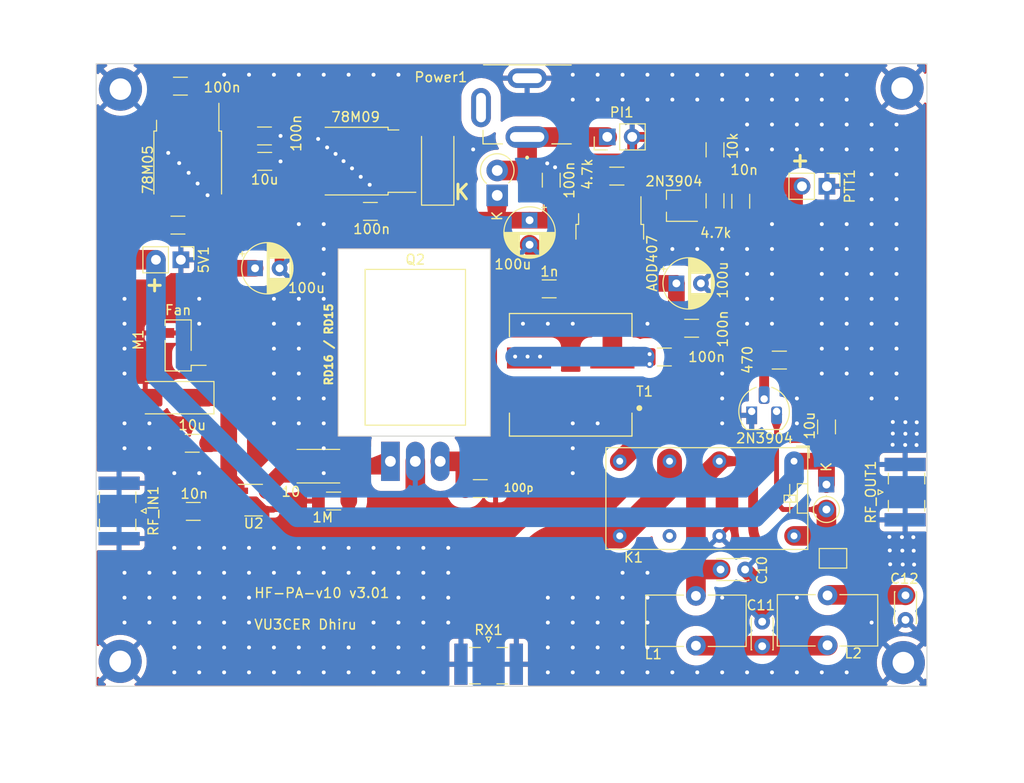
<source format=kicad_pcb>
(kicad_pcb (version 20221018) (generator pcbnew)
  (layers (0 "F.Cu" signal) (31 "B.Cu" signal) (35 "F.Paste" user) (37 "F.SilkS" user "F.Silkscreen") (38 "B.Mask" user) (39 "F.Mask" user) (44 "Edge.Cuts" user))
  (net 0 "")
  (net 1 "GND")
  (net 2 "+VDC")
  (net 3 "Net-(C7-Pad2)")
  (net 4 "PTT")
  (net 5 "/DRAIN")
  (net 6 "Net-(Q2-G)")
  (net 7 "Net-(Q3-G)")
  (net 8 "Net-(Q4-B)")
  (net 9 "+5V")
  (net 10 "+9V")
  (net 12 "Net-(U2-OUT)")
  (net 13 "Net-(Q3-D)")
  (net 14 "Net-(C11-Pad1)")
  (net 15 "Net-(JP1-B)")
  (net 16 "RF_OUT")
  (net 17 "Net-(D3-A)")
  (net 18 "LPF")
  (net 19 "RX")
  (net 21 "Net-(Q1-B)")
  (net 22 "Net-(RF_IN1-In)")
  (net 23 "Net-(U2-IN+)")
  (net 24 "Net-(D1-K)")
  (footprint "Resistor_SMD:R_2512_6332Metric_Pad1.40x3.35mm_HandSolder" (layer "F.Cu") (at 162.56 103.886 180)
    (fp_text reference "R3" hide)
    (fp_text value "10")
  )
  (footprint "Capacitor_SMD:C_1206_3216Metric_Pad1.33x1.80mm_HandSolder" (layer "F.Cu") (at 157.0867 72.7964)
    (fp_text reference "C2" hide)
    (fp_text value "10u")
  )
  (footprint "Capacitor_SMD:C_1206_3216Metric_Pad1.33x1.80mm_HandSolder" (layer "F.Cu") (at 197.85 92.75 180)
    (fp_text reference "C7" hide)
    (fp_text value "100n")
  )
  (footprint "Package_TO_SOT_THT:TO-220-3_Horizontal_TabDown" (layer "F.Cu") (at 169.905 103.395)
    (fp_text reference "Q2")
    (fp_text value "RD16HHF1")
  )
  (footprint "Diode_SMD:D_SMA_Handsoldering" (layer "F.Cu") (at 174.73 72.75 90)
    (fp_text reference "D1" hide)
    (fp_text value "1N4007" hide)
  )
  (footprint "Capacitor_THT:CP_Radial_D5.0mm_P2.50mm" (layer "F.Cu") (at 199.0744 85.2424)
    (fp_text reference "C5" hide)
    (fp_text value "100u")
  )
  (footprint "Resistor_SMD:R_1206_3216Metric_Pad1.30x1.75mm_HandSolder" (layer "F.Cu") (at 203.015 71.6175 90)
    (fp_text reference "R2" hide)
    (fp_text value "10k")
  )
  (footprint "Connector_PinHeader_2.54mm:PinHeader_1x02_P2.54mm_Vertical" (layer "F.Cu") (at 192.025 70.3 90)
    (fp_text reference "PI1")
    (fp_text value "VDC")
  )
  (footprint "Diode_THT:D_DO-41_SOD81_P2.54mm_Vertical_KathodeUp" (layer "F.Cu") (at 180.8 76.268234 90)
    (fp_text reference "D4" hide)
    (fp_text value "2A+ Schottky (1N5822 / SR2100)" hide)
  )
  (footprint "MountingHole:MountingHole_2.2mm_M2_Pad" (layer "F.Cu") (at 142.343274 123.801274)
    (fp_text reference "H3" hide)
    (fp_text value "MountingHole_Pad" hide)
  )
  (footprint "Capacitor_SMD:C_1206_3216Metric_Pad1.33x1.80mm_HandSolder" (layer "F.Cu") (at 186.1 85.8 180)
    (fp_text reference "C17" hide)
    (fp_text value "1n")
  )
  (footprint "Package_TO_SOT_SMD:SOT-23-5_HandSoldering" (layer "F.Cu") (at 155.956 107.35)
    (fp_text reference "U2")
    (fp_text value "UCC27517DBVR" hide)
  )
  (footprint "Connector_Coaxial:SMA_Samtec_SMA-J-P-X-ST-EM1_EdgeMount" (layer "F.Cu") (at 222.4062 106.537 90)
    (fp_text reference "RF_OUT1")
    (fp_text value "SMA" hide)
  )
  (footprint "Capacitor_SMD:C_1206_3216Metric_Pad1.33x1.80mm_HandSolder" (layer "F.Cu") (at 205.64 76.8675 -90)
    (fp_text reference "C4" hide)
    (fp_text value "10n")
  )
  (footprint "Inductor_THT:L_Toroid_Vertical_L10.0mm_W5.0mm_P5.08mm" (layer "F.Cu") (at 214.49 122.15 180)
    (fp_text reference "L2")
    (fp_text value "360n" hide)
  )
  (footprint "Capacitor_THT:CP_Radial_D5.0mm_P2.50mm" (layer "F.Cu") (at 156.1 83.7)
    (fp_text reference "C20" hide)
    (fp_text value "100u")
  )
  (footprint "Resistor_SMD:R_1206_3216Metric_Pad1.30x1.75mm_HandSolder" (layer "F.Cu") (at 164.11 107.442 180)
    (fp_text reference "R1" hide)
    (fp_text value "1M")
  )
  (footprint "Capacitor_SMD:C_1206_3216Metric_Pad1.33x1.80mm_HandSolder" (layer "F.Cu") (at 186.309 74.7145 90)
    (fp_text reference "C14" hide)
    (fp_text value "100n")
  )
  (footprint "Connector_PinHeader_2.54mm:PinHeader_1x02_P2.54mm_Vertical" (layer "F.Cu") (at 214.4258 75.3364 -90)
    (fp_text reference "PTT1")
    (fp_text value "PTT" hide)
  )
  (footprint "Diode_THT:D_DO-35_SOD27_P2.54mm_Vertical_KathodeUp" (layer "F.Cu") (at 214.376 105.762315 -90)
    (fp_text reference "D3" hide)
    (fp_text value "1N4148" hide)
  )
  (footprint "footprints:XKB_DC-005-5A-2.0_Modded" (layer "F.Cu") (at 183.85 64.3125 -90)
    (fp_text reference "Power1")
    (fp_text value "DC-005 (Barrel Jack)" hide)
  )
  (footprint "Package_TO_SOT_SMD:TO-252-2" (layer "F.Cu") (at 192.28 81.7 -90)
    (fp_text reference "Q3" hide)
    (fp_text value "AOD407")
  )
  (footprint "Capacitor_THT:CP_Radial_D5.0mm_P2.50mm" (layer "F.Cu") (at 184.1 78.8 -90)
    (fp_text reference "C15" hide)
    (fp_text value "100u")
  )
  (footprint "Capacitor_SMD:C_1206_3216Metric_Pad1.33x1.80mm_HandSolder" (layer "F.Cu") (at 148.4884 65.1256)
    (fp_text reference "C9" hide)
    (fp_text value "100n")
  )
  (footprint "Connector_Coaxial:SMA_Samtec_SMA-J-P-X-ST-EM1_EdgeMount" (layer "F.Cu") (at 179.925 124.09)
    (fp_text reference "RX1")
    (fp_text value "SMA" hide)
  )
  (footprint "Capacitor_SMD:C_1206_3216Metric_Pad1.33x1.80mm_HandSolder" (layer "F.Cu") (at 149.6945 101.5492 180)
    (fp_text reference "C16" hide)
    (fp_text value "10u")
  )
  (footprint "MountingHole:MountingHole_2.2mm_M2_Pad" (layer "F.Cu") (at 222.225 123.925)
    (fp_text reference "H4" hide)
    (fp_text value "MountingHole_Pad" hide)
  )
  (footprint "Capacitor_SMD:C_1206_3216Metric_Pad1.33x1.80mm_HandSolder" (layer "F.Cu") (at 214.39 99.88 90)
    (fp_text reference "C13" hide)
    (fp_text value "10u")
  )
  (footprint "Capacitor_SMD:C_1206_3216Metric_Pad1.33x1.80mm_HandSolder" (layer "F.Cu") (at 157.0613 70.2056)
    (fp_text reference "C1" hide)
    (fp_text value "100n")
  )
  (footprint "Package_TO_SOT_SMD:TO-252-2" (layer "F.Cu") (at 149.231 73.014887 -90)
    (fp_text reference "U1" hide)
    (fp_text value "78M05")
  )
  (footprint "Resistor_SMD:R_1206_3216Metric_Pad1.30x1.75mm_HandSolder" (layer "F.Cu") (at 203.015 76.8175 90)
    (fp_text reference "R9" hide)
    (fp_text value "4.7k")
  )
  (footprint "Capacitor_SMD:C_1206_3216Metric_Pad1.33x1.80mm_HandSolder" (layer "F.Cu") (at 167.8625 77.9 180)
    (fp_text reference "C18" hide)
    (fp_text value "100n")
  )
  (footprint "footprints:IND_SRF1260A-4R7Y" (layer "F.Cu") (at 188.295 94.565 180)
    (fp_text reference "T1")
    (fp_text value "Bifilar XFMR" hide)
  )
  (footprint "Package_TO_SOT_SMD:SOT-23_Handsoldering" (layer "F.Cu") (at 198.82 77.33 180)
    (fp_text reference "Q4" hide)
    (fp_text value "2N3904")
  )
  (footprint "Connector_Coaxial:SMA_Samtec_SMA-J-P-X-ST-EM1_EdgeMount" (layer "F.Cu") (at 142.23 108.45 -90)
    (fp_text reference "RF_IN1")
    (fp_text value "SMA" hide)
  )
  (footprint "Package_TO_SOT_SMD:TO-252-2" (layer "F.Cu") (at 166.3586 72.772 180)
    (fp_text reference "U3" hide)
    (fp_text value "78M09")
  )
  (footprint "Diode_SMD:D_SMA_Handsoldering" (layer "F.Cu") (at 147.4 96.9 180)
    (fp_text reference "D2" hide)
    (fp_text value "M7 (1N4007)" hide)
  )
  (footprint "Capacitor_SMD:C_1206_3216Metric_Pad1.33x1.80mm_HandSolder" (layer "F.Cu") (at 179.07 106.172)
    (fp_text reference "C3" hide)
    (fp_text value "100p")
  )
  (footprint "Connector_PinHeader_2.54mm:PinHeader_1x02_P2.54mm_Vertical" (layer "F.Cu") (at 148.532 82.833887 -90)
    (fp_text reference "5V1")
    (fp_text value "5V")
  )
  (footprint "Capacitor_SMD:C_1206_3216Metric_Pad1.33x1.80mm_HandSolder" (layer "F.Cu") (at 200.63 89.82)
    (fp_text reference "C6" hide)
    (fp_text value "100n")
  )
  (footprint "Jumper:SolderJumper-2_P1.3mm_Open_TrianglePad1.0x1.5mm" (layer "F.Cu") (at 215.048 113.284)
    (fp_text reference "JP1" hide)
    (fp_text value "Jumper_2_Open" hide)
  )
  (footprint "MountingHole:MountingHole_2.2mm_M2_Pad" (layer "F.Cu") (at 142.368 65.433274)
    (fp_text reference "H1" hide)
    (fp_text value "MountingHole_Pad" hide)
  )
  (footprint "Capacitor_SMD:C_1206_3216Metric_Pad1.33x1.80mm_HandSolder" (layer "F.Cu") (at 149.8 108.5)
    (fp_text reference "C19" hide)
    (fp_text value "10n")
  )
  (footprint "Capacitor_THT:C_Disc_D3.0mm_W2.0mm_P2.50mm" (layer "F.Cu") (at 203.581 114.427)
    (fp_text reference "C10")
    (fp_text value "120p" hide)
  )
  (footprint "Relay_THT:Relay_DPDT_Omron_G5V-2" (layer "F.Cu") (at 211.074 103.378 -90)
    (fp_text reference "K1")
    (fp_text value "Omron G5V-2 / OEN 46-05-2C" hide)
  )
  (footprint "Capacitor_SMD:C_1206_3216Metric_Pad1.33x1.80mm_HandSolder" (layer "F.Cu") (at 148.2344 79.2988)
    (fp_text reference "C8" hide)
    (fp_text value "10u")
  )
  (footprint "Inductor_THT:L_Toroid_Vertical_L10.0mm_W5.0mm_P5.08mm" (layer "F.Cu") (at 201.0675 117.115)
    (fp_text reference "L1")
    (fp_text value "360n" hide)
  )
  (footprint "Capacitor_THT:C_Disc_D3.0mm_W2.0mm_P2.50mm" (layer "F.Cu") (at 207.825 122.25 90)
    (fp_text reference "C11")
    (fp_text value "200p" hide)
  )
  (footprint "MountingHole:MountingHole_2.2mm_M2_Pad" (layer "F.Cu") (at 222.099274 65.330474)
    (fp_text reference "H2" hide)
    (fp_text value "MountingHole_Pad" hide)
  )
  (footprint "Resistor_SMD:R_1206_3216Metric_Pad1.30x1.75mm_HandSolder" (layer "F.Cu") (at 193 74.3 180)
    (fp_text reference "R8" hide)
    (fp_text value "4.7k")
  )
  (footprint "Capacitor_THT:C_Disc_D3.0mm_W2.0mm_P2.50mm" (layer "F.Cu") (at 222.4425 117.065 -90)
    (fp_text reference "C12")
    (fp_text value "120p" hide)
  )
  (footprint "Connector_PinHeader_2.54mm:PinHeader_1x02_P2.54mm_Vertical_SMD_Pin1Left" (layer "F.Cu") (at 148.255 91.57 180)
    (fp_text reference "M1")
    (fp_text value "Fan")
  )
  (footprint "Resistor_SMD:R_1206_3216Metric_Pad1.30x1.75mm_HandSolder" (layer "F.Cu") (at 209.5754 93.0656 180)
    (fp_text reference "R4" hide)
    (fp_text value "470")
  )
  (footprint "Package_TO_SOT_THT:TO-92_HandSolder" (layer "F.Cu") (at 206.756 98.298)
    (fp_text reference "Q1" hide)
    (fp_text value "2N3904")
  )
  (gr_rect (start 139.893 62.835) (end 224.628 126.336) (stroke (width 0.1)) (fill none) (layer "Edge.Cuts"))
  (gr_rect (start 164.586 81.72) (end 180.086 100.82) (stroke (width 0.1)) (fill none) (layer "Edge.Cuts"))
  (gr_text "+" (at 144.73 86.21) (layer "F.SilkS") (effects (font (size 1.5 1.5) (thickness 0.3) bold) (justify left bottom)))
  (gr_text "K" (at 176.24 76.82) (layer "F.SilkS") (effects (font (size 1.5 1.5) (thickness 0.3) bold) (justify left bottom)))
  (gr_text "RD16 / RD15" (at 164.084 95.758 90) (layer "F.SilkS") (effects (font (size 0.8 0.8) (thickness 0.2) bold) (justify left bottom)))
  (gr_text "+" (at 210.57 73.53) (layer "F.SilkS") (effects (font (size 1.5 1.5) (thickness 0.3) bold) (justify left bottom)))
  (gr_text "HF-PA-v10 v3.01\n\nVU3CER Dhiru" (at 155.9306 120.6246) (layer "F.SilkS") (effects (font (size 1 1)) (justify left bottom)))
  (segment (start 184.5375 81.7375) (end 184.1 81.3) (width 2) (layer "F.Cu") (net 1))
  (segment (start 206.94632 115.29232) (end 206.081 114.427) (width 1.5) (layer "F.Cu") (net 1))
  (segment (start 158.6 83.7) (end 158.6 72.8456) (width 1) (layer "F.Cu") (net 1))
  (segment (start 194.5 72.5) (end 194.565 72.435) (width 1) (layer "F.Cu") (net 1))
  (segment (start 172.445 103.395) (end 172.445 111.3975) (width 2) (layer "F.Cu") (net 1))
  (segment (start 196.21 70.3) (end 194.565 70.3) (width 1) (layer "F.Cu") (net 1))
  (segment (start 186.461 73) (end 185.9 73) (width 1) (layer "F.Cu") (net 1))
  (segment (start 156.136 107.35) (end 154.606 107.35) (width 0.75) (layer "F.Cu") (net 1))
  (segment (start 186.7 73.4) (end 186.7 72.761) (width 1) (layer "F.Cu") (net 1))
  (segment (start 186.061 73.4) (end 186.7 73.4) (width 1) (layer "F.Cu") (net 1))
  (segment (start 186.961 72.5) (end 194.5 72.5) (width 1) (layer "F.Cu") (net 1))
  (segment (start 196.21 70.3) (end 198.882 70.3) (width 0.75) (layer "F.Cu") (net 1))
  (segment (start 199.895 70.2255) (end 199.877 70.2075) (width 0.75) (layer "F.Cu") (net 1))
  (segment (start 207.825 119.75) (end 207.825 117.413641) (width 1.5) (layer "F.Cu") (net 1))
  (segment (start 195.58 70.3) (end 202.7825 70.3) (width 1) (layer "F.Cu") (net 1))
  (segment (start 200.32 76.38) (end 200.32 70.6505) (width 1) (layer "F.Cu") (net 1))
  (segment (start 199.877 70.2075) (end 202.145 70.2075) (width 0.75) (layer "F.Cu") (net 1))
  (segment (start 186.7 72.761) (end 186.961 72.5) (width 1) (layer "F.Cu") (net 1))
  (segment (start 157.306 108.3) (end 157.086 108.3) (width 0.75) (layer "F.Cu") (net 1))
  (segment (start 194.565 72.435) (end 194.565 70.3) (width 1) (layer "F.Cu") (net 1))
  (segment (start 157.086 108.3) (end 156.136 107.35) (width 0.75) (layer "F.Cu") (net 1))
  (segment (start 172.445 111.3975) (end 173.265 112.2175) (width 2) (layer "F.Cu") (net 1))
  (segment (start 202.7825 70.3) (end 203.015 70.0675) (width 1) (layer "F.Cu") (net 1))
  (segment (start 195.58 70.3) (end 196.21 70.3) (width 0.75) (layer "F.Cu") (net 1))
  (segment (start 194.565 70.3) (end 195.58 70.3) (width 0.75) (layer "F.Cu") (net 1))
  (via (at 216.445 89.3575) (size 0.8) (drill 0.4) (layers "F.Cu" "B.Cu") (net 1))
  (via (at 216.445 69.0375) (size 0.8) (drill 0.4) (layers "F.Cu" "B.Cu") (net 1))
  (via (at 173.265 119.8375) (size 0.8) (drill 0.4) (layers "F.Cu" "B.Cu") (net 1))
  (via (at 196.125 66.4975) (size 0.8) (drill 0.4) (layers "F.Cu" "B.Cu") (net 1))
  (via (at 216.445 84.2775) (size 0.8) (drill 0.4) (layers "F.Cu" "B.Cu") (net 1))
  (via (at 198.665 63.9575) (size 0.8) (drill 0.4) (layers "F.Cu" "B.Cu") (net 1))
  (via (at 160.565 124.9175) (size 0.8) (drill 0.4) (layers "F.Cu" "B.Cu") (net 1))
  (via (at 183.425 89.3575) (size 0.8) (drill 0.4) (layers "F.Cu" "B.Cu") (net 1))
  (via (at 221.525 91.8975) (size 0.8) (drill 0.4) (layers "F.Cu" "B.Cu") (net 1))
  (via (at 163.105 79.1975) (size 0.8) (drill 0.4) (layers "F.Cu" "B.Cu") (net 1))
  (via (at 198.665 81.7375) (size 0.8) (drill 0.4) (layers "F.Cu" "B.Cu") (net 1))
  (via (at 218.985 119.8375) (size 0.8) (drill 0.4) (layers "F.Cu" "B.Cu") (net 1))
  (via (at 175.805 114.7575) (size 0.8) (drill 0.4) (layers "F.Cu" "B.Cu") (net 1))
  (via (at 162.5346 70.5104) (size 0.8) (drill 0.4) (layers "F.Cu" "B.Cu") (net 1))
  (via (at 222.43 99.4) (size 0.8) (drill 0.4) (layers "F.Cu" "B.Cu") (net 1))
  (via (at 223.59 100.59) (size 0.8) (drill 0.4) (layers "F.Cu" "B.Cu") (net 1))
  (via (at 191.045 66.4975) (size 0.8) (drill 0.4) (layers "F.Cu" "B.Cu") (net 1))
  (via (at 222.12 112.5) (size 0.8) (drill 0.4) (layers "F.Cu" "B.Cu") (net 1))
  (via (at 223.57 101.73) (size 0.8) (drill 0.4) (layers "F.Cu" "B.Cu") (net 1))
  (via (at 191.045 124.9175) (size 0.8) (drill 0.4) (layers "F.Cu" "B.Cu") (net 1))
  (via (at 221.525 76.6575) (size 0.8) (drill 0.4) (layers "F.Cu" "B.Cu") (net 1))
  (via (at 213.905 91.8975) (size 0.8) (drill 0.4) (layers "F.Cu" "B.Cu") (net 1))
  (via (at 163.105 102.0575) (size 0.8) (drill 0.4) (layers "F.Cu" "B.Cu") (net 1))
  (via (at 142.785 99.5175) (size 0.8) (drill 0.4) (layers "F.Cu" "B.Cu") (net 1))
  (via (at 158.025 114.7575) (size 0.8) (drill 0.4) (layers "F.Cu" "B.Cu") (net 1))
  (via (at 147.865 117.2975) (size 0.8) (drill 0.4) (layers "F.Cu" "B.Cu") (net 1))
  (via (at 223.28 112.51) (size 0.8) (drill 0.4) (layers "F.Cu" "B.Cu") (net 1))
  (via (at 175.805 119.8375) (size 0.8) (drill 0.4) (layers "F.Cu" "B.Cu") (net 1))
  (via (at 185.965 124.9175) (size 0.8) (drill 0.4) (layers "F.Cu" "B.Cu") (net 1))
  (via (at 221.15 99.38) (size 0.8) (drill 0.4) (layers "F.Cu" "B.Cu") (net 1))
  (via (at 150.405 89.3575) (size 0.8) (drill 0.4) (layers "F.Cu" "B.Cu") (net 1))
  (via (at 218.985 71.5775) (size 0.8) (drill 0.4) (layers "F.Cu" "B.Cu") (net 1))
  (via (at 211.365 71.5775) (size 0.8) (drill 0.4) (layers "F.Cu" "B.Cu") (net 1))
  (via (at 170.725 117.2975) (size 0.8) (drill 0.4) (layers "F.Cu" "B.Cu") (net 1))
  (via (at 218.985 81.7375) (size 0.8) (drill 0.4) (layers "F.Cu" "B.Cu") (net 1))
  (via (at 211.365 117.2975) (size 0.8) (drill 0.4) (layers "F.Cu" "B.Cu") (net 1))
  (via (at 213.905 69.0375) (size 0.8) (drill 0.4) (layers "F.Cu" "B.Cu") (net 1))
  (via (at 206.285 66.4975) (size 0.8) (drill 0.4) (layers "F.Cu" "B.Cu") (net 1))
  (via (at 203.745 66.4975) (size 0.8) (drill 0.4) (layers "F.Cu" "B.Cu") (net 1))
  (via (at 188.505 89.3575) (size 0.8) (drill 0.4) (layers "F.Cu" "B.Cu") (net 1))
  (via (at 160.565 63.9575) (size 0.8) (drill 0.4) (layers "F.Cu" "B.Cu") (net 1))
  (via (at 163.105 96.9775) (size 0.8) (drill 0.4) (layers "F.Cu" "B.Cu") (net 1))
  (via (at 185.965 89.3575) (size 0.8) (drill 0.4) (layers "F.Cu" "B.Cu") (net 1))
  (via (at 213.905 86.8175) (size 0.8) (drill 0.4) (layers "F.Cu" "B.Cu") (net 1))
  (via (at 216.445 66.4975) (size 0.8) (drill 0.4) (layers "F.Cu" "B.Cu") (net 1))
  (via (at 178.345 71.5775) (size 0.8) (drill 0.4) (layers "F.Cu" "B.Cu") (net 1))
  (via (at 163.105 86.8175) (size 0.8) (drill 0.4) (layers "F.Cu" "B.Cu") (net 1))
  (via (at 211.365 124.9175) (size 0.8) (drill 0.4) (layers "F.Cu" "B.Cu") (net 1))
  (via (at 213.905 94.4375) (size 0.8) (drill 0.4) (layers "F.Cu" "B.Cu") (net 1))
  (via (at 185.965 117.2975) (size 0.8) (drill 0.4) (layers "F.Cu" "B.Cu") (net 1))
  (via (at 218.985 69.0375) (size 0.8) (drill 0.4) (layers "F.Cu" "B.Cu") (net 1))
  (via (at 147.2438 71.9328) (size 0.8) (drill 0.4) (layers "F.Cu" "B.Cu") (net 1))
  (via (at 145.325 119.8375) (size 0.8) (drill 0.4) (layers "F.Cu" "B.Cu") (net 1))
  (via (at 221.525 89.3575) (size 0.8) (drill 0.4) (layers "F.Cu" "B.Cu") (net 1))
  (via (at 222.41 101.72) (size 0.8) (drill 0.4) (layers "F.Cu" "B.Cu") (net 1))
  (via (at 158.7 72.8) (size 0.8) (drill 0.4) (layers "F.Cu" "B.Cu") (net 1))
  (via (at 168.185 119.8375) (size 0.8) (drill 0.4) (layers "F.Cu" "B.Cu") (net 1))
  (via (at 150.405 119.8375) (size 0.8) (drill 0.4) (layers "F.Cu" "B.Cu") (net 1))
  (via (at 191.045 99.5175) (size 0.8) (drill 0.4) (layers "F.Cu" "B.Cu") (net 1))
  (via (at 193.585 119.8375) (size 0.8) (drill 0.4) (layers "F.Cu" "B.Cu") (net 1))
  (via (at 170.725 112.2175) (size 0.8) (drill 0.4) (layers "F.Cu" "B.Cu") (net 1))
  (via (at 163.105 112.2175) (size 0.8) (drill 0.4) (layers "F.Cu" "B.Cu") (net 1))
  (via (at 208.825 124.9175) (size 0.8) (drill 0.4) (layers "F.Cu" "B.Cu") (net 1))
  (via (at 160.565 91.8975) (size 0.8) (drill 0.4) (layers "F.Cu" "B.Cu") (net 1))
  (via (at 221.525 71.5775) (size 0.8) (drill 0.4) (layers "F.Cu" "B.Cu") (net 1))
  (via (at 191.045 117.2975) (size 0.8) (drill 0.4) (layers "F.Cu" "B.Cu") (net 1))
  (via (at 216.445 71.5775) (size 0.8) (drill 0.4) (layers "F.Cu" "B.Cu") (net 1))
  (via (at 164.3126 72.0344) (size 0.8) (drill 0.4) (layers "F.Cu" "B.Cu") (net 1))
  (via (at 165.1254 72.771) (size 0.8) (drill 0.4) (layers "F.Cu" "B.Cu") (net 1))
  (via (at 185.9 73) (size 0.8) (drill 0.4) (layers "F.Cu" "B.Cu") (net 1))
  (via (at 211.365 96.9775) (size 0.8) (drill 0.4) (layers "F.Cu" "B.Cu") (net 1))
  (via (at 155.485 124.9175) (size 0.8) (drill 0.4) (layers "F.Cu" "B.Cu") (net 1))
  (via (at 193.585 117.2975) (size 0.8) (drill 0.4) (layers "F.Cu" "B.Cu") (net 1))
  (via (at 203.745 124.9175) (size 0.8) (drill 0.4) (layers "F.Cu" "B.Cu") (net 1))
  (via (at 218.985 86.8175) (size 0.8) (drill 0.4) (layers "F.Cu" "B.Cu") (net 1))
  (via (at 222.08 111.12) (size 0.8) (drill 0.4) (layers "F.Cu" "B.Cu") (net 1))
  (via (at 213.905 84.2775) (size 0.8) (drill 0.4) (layers "F.Cu" "B.Cu") (net 1))
  (via (at 193.585 114.7575) (size 0.8) (drill 0.4) (layers "F.Cu" "B.Cu") (net 1))
  (via (at 216.445 79.1975) (size 0.8) (drill 0.4) (layers "F.Cu" "B.Cu") (net 1))
  (via (at 193.585 124.9175) (size 0.8) (drill 0.4) (layers "F.Cu" "B.Cu") (net 1))
  (via (at 223.59 99.41) (size 0.8) (drill 0.4) (layers "F.Cu" "B.Cu") (net 1))
  (via (at 208.825 81.7375) (size 0.8) (drill 0.4) (layers "F.Cu" "B.Cu") (net 1))
  (via (at 155.485 112.2175) (size 0.8) (drill 0.4) (layers "F.Cu" "B.Cu") (net 1))
  (via (at 165.645 112.2175) (size 0.8) (drill 0.4) (layers "F.Cu" "B.Cu") (net 1))
  (via (at 152.945 63.9575) (size 0.8) (drill 0.4) (layers "F.Cu" "B.Cu") (net 1))
  (via (at 163.105 81.7375) (size 0.8) (drill 0.4) (layers "F.Cu" "B.Cu") (net 1))
  (via (at 218.985 84.2775) (size 0.8) (drill 0.4) (layers "F.Cu" "B.Cu") (net 1))
  (via (at 216.445 86.8175) (size 0.8) (drill 0.4) (layers "F.Cu" "B.Cu") (net 1))
  (via (at 213.905 71.5775) (size 0.8) (drill 0.4) (layers "F.Cu" "B.Cu") (net 1))
  (via (at 145.325 102.0575) (size 0.8) (drill 0.4) (layers "F.Cu" "B.Cu") (net 1))
  (via (at 142.785 91.8975) (size 0.8) (drill 0.4) (layers "F.Cu" "B.Cu") (net 1))
  (via (at 196.125 114.7575) (size 0.8) (drill 0.4) (layers "F.Cu" "B.Cu") (net 1))
  (via (at 216.445 63.9575) (size 0.8) (drill 0.4) (layers "F.Cu" "B.Cu") (net 1))
  (via (at 208.825 71.5775) (size 0.8) (drill 0.4) (layers "F.Cu" "B.Cu") (net 1))
  (via (at 220.88 113.89) (size 0.8) (drill 0.4) (layers "F.Cu" "B.Cu") (net 1))
  (via (at 142.785 86.8175) (size 0.8) (drill 0.4) (layers "F.Cu" "B.Cu") (net 1))
  (via (at 193.585 122.3775) (size 0.8) (drill 0.4) (layers "F.Cu" "B.Cu") (net 1))
  (via (at 158.025 86.8175) (size 0.8) (drill 0.4) (layers "F.Cu" "B.Cu") (net 1))
  (via (at 196.125 124.9175) (size 0.8) (drill 0.4) (layers "F.Cu" "B.Cu") (net 1))
  (via (at 203.745 94.4375) (size 0.8) (drill 0.4) (layers "F.Cu" "B.Cu") (net 1))
  (via (at 221.525 79.1975) (size 0.8) (drill 0.4) (layers "F.Cu" "B.Cu") (net 1))
  (via (at 150.405 112.2175) (size 0.8) (drill 0.4) (layers "F.Cu" "B.Cu") (net 1))
  (via (at 221.525 81.7375) (size 0.8) (drill 0.4) (layers "F.Cu" "B.Cu") (net 1))
  (via (at 208.825 84.2775) (size 0.8) (drill 0.4) (layers "F.Cu" "B.Cu") (net 1))
  (via (at 218.985 74.1175) (size 0.8) (drill 0.4) (layers "F.Cu" "B.Cu") (net 1))
  (via (at 145.325 99.5175) (size 0.8) (drill 0.4) (layers "F.Cu" "B.Cu") (net 1))
  (via (at 170.725 122.3775) (size 0.8) (drill 0.4) (layers "F.Cu" "B.Cu") (net 1))
  (via (at 166.878 74.3712) (size 0.8) (drill 0.4) (layers "F.Cu" "B.Cu") (net 1))
  (via (at 152.945 119.8375) (size 0.8) (drill 0.4) (layers "F.Cu" "B.Cu") (net 1))
  (via (at 213.905 81.7375) (size 0.8) (drill 0.4) (layers "F.Cu" "B.Cu") (net 1))
  (via (at 163.105 124.9175) (size 0.8) (drill 0.4) (layers "F.Cu" "B.Cu") (net 1))
  (via (at 221.525 94.4375) (size 0.8) (drill 0.4) (layers "F.Cu" "B.Cu") (net 1))
  (via (at 152.945 114.7575) (size 0.8) (drill 0.4) (layers "F.Cu" "B.Cu") (net 1))
  (via (at 158.025 96.9775) (size 0.8) (drill 0.4) (layers "F.Cu" "B.Cu") (net 1))
  (via (at 152.945 124.9175) (size 0.8) (drill 0.4) (layers "F.Cu" "B.Cu") (net 1))
  (via (at 160.565 79.1975) (size 0.8) (drill 0.4) (layers "F.Cu" "B.Cu") (net 1))
  (via (at 160.565 122.3775) (size 0.8) (drill 0.4) (layers "F.Cu" "B.Cu") (net 1))
  (via (at 158.025 94.4375) (size 0.8) (drill 0.4) (layers "F.Cu" "B.Cu") (net 1))
  (via (at 193.585 66.4975) (size 0.8) (drill 0.4) (layers "F.Cu" "B.Cu") (net 1))
  (via (at 147.865 114.7575) (size 0.8) (drill 0.4) (layers "F.Cu" "B.Cu") (net 1))
  (via (at 145.325 117.2975) (size 0.8) (drill 0.4) (layers "F.Cu" "B.Cu") (net 1))
  (via (at 213.905 79.1975) (size 0.8) (drill 0.4) (layers "F.Cu" "B.Cu") (net 1))
  (via (at 223.32 113.92) (size 0.8) (drill 0.4) (layers "F.Cu" "B.Cu") (net 1))
  (via (at 168.185 124.9175) (size 0.8) (drill 0.4) (layers "F.Cu" "B.Cu") (net 1))
  (via (at 196.125 117.2975) (size 0.8) (drill 0.4) (layers "F.Cu" "B.Cu") (net 1))
  (via (at 168.185 114.7575) (size 0.8) (drill 0.4) (layers "F.Cu" "B.Cu") (net 1))
  (via (at 196.125 119.8375) (size 0.8) (drill 0.4) (layers "F.Cu" "B.Cu") (net 1))
  (via (at 163.105 104.5975) (size 0.8) (drill 0.4) (layers "F.Cu" "B.Cu") (net 1))
  (via (at 213.905 66.4975) (size 0.8) (drill 0.4) (layers "F.Cu" "B.Cu") (net 1))
  (via (at 191.045 119.8375) (size 0.8) (drill 0.4) (layers "F.Cu" "B.Cu") (net 1))
  (via (at 218.985 96.9775) (size 0.8) (drill 0.4) (layers "F.Cu" "B.Cu") (net 1))
  (via (at 216.445 81.7375) (size 0.8) (drill 0.4) (layers "F.Cu" "B.Cu") (net 1))
  (via (at 221.525 69.0375) (size 0.8) (drill 0.4) (layers "F.Cu" "B.Cu") (net 1))
  (via (at 147.865 119.8375) (size 0.8) (drill 0.4) (layers "F.Cu" "B.Cu") (net 1))
  (via (at 191.045 63.9575) (size 0.8) (drill 0.4) (layers "F.Cu" "B.Cu") (net 1))
  (via (at 221.13 101.7) (size 0.8) (drill 0.4) (layers "F.Cu" "B.Cu") (net 1))
  (via (at 158.025 99.5175) (size 0.8) (drill 0.4) (layers "F.Cu" "B.Cu") (net 1))
  (via (at 163.105 84.2775) (size 0.8) (drill 0.4) (layers "F.Cu" "B.Cu") (net 1))
  (via (at 208.825 86.8175) (size 0.8) (drill 0.4) (layers "F.Cu" "B.Cu") (net 1))
  (via (at 221.525 96.9775) (size 0.8) (drill 0.4) (layers "F.Cu" "B.Cu") (net 1))
  (via (at 160.565 94.4375) (size 0.8) (drill 0.4) (layers "F.Cu" "B.Cu") (net 1))
  (via (at 158.025 124.9175) (size 0.8) (drill 0.4) (layers "F.Cu" "B.Cu") (net 1))
  (via (at 213.905 63.9575) (size 0.8) (drill 0.4) (layers "F.Cu" "B.Cu") (net 1))
  (via (at 206.285 84.2775) (size 0.8) (drill 0.4) (layers "F.Cu" "B.Cu") (net 1))
  (via (at 150.405 124.9175) (size 0.8) (drill 0.4) (layers "F.Cu" "B.Cu") (net 1))
  (via (at 167.7924 75.184) (size 0.8) (drill 0.4) (layers "F.Cu" "B.Cu") (net 1))
  (via (at 150.405 86.8175) (size 0.8) (drill 0.4) (layers "F.Cu" "B.Cu") (net 1))
  (via (at 218.985 94.4375) (size 0.8) (drill 0.4) (layers "F.Cu" "B.Cu") (net 1))
  (via (at 218.985 91.8975) (size 0.8) (drill 0.4) (layers "F.Cu" "B.Cu") (net 1))
  (via (at 160.565 112.2175) (size 0.8) (drill 0.4) (layers "F.Cu" "B.Cu") (net 1))
  (via (at 160.565 86.8175) (size 0.8) (drill 0.4) (layers "F.Cu" "B.Cu") (net 1))
  (via (at 173.265 114.7575) (size 0.8) (drill 0.4) (layers "F.Cu" "B.Cu") (net 1))
  (via (at 188.505 117.2975) (size 0.8) (drill 0.4) (layers "F.Cu" "B.Cu") (net 1))
  (via (at 208.825 89.3575) (size 0.8) (drill 0.4) (layers "F.Cu" "B.Cu") (net 1))
  (via (at 206.285 63.9575) (size 0.8) (drill 0.4) (layers "F.Cu" "B.Cu") (net 1))
  (via (at 170.725 119.8375) (size 0.8) (drill 0.4) (layers "F.Cu" "B.Cu") (net 1))
  (via (at 201.205 81.7375) (size 0.8) (drill 0.4) (layers "F.Cu" "B.Cu") (net 1))
  (via (at 220.8 111.1) (size 0.8) (drill 0.4) (layers "F.Cu" "B.Cu") (net 1))
  (via (at 188.505 99.5175) (size 0.8) (drill 0.4) (layers "F.Cu" "B.Cu") (net 1))
  (via (at 203.745 96.9775) (size 0.8) (drill 0.4) (layers "F.Cu" "B.Cu") (net 1))
  (via (at 150.405 114.7575) (size 0.8) (drill 0.4) (layers "F.Cu" "B.Cu") (net 1))
  (via (at 213.905 124.9175) (size 0.8) (drill 0.4) (layers "F.Cu" "B.Cu") (net 1))
  (via (at 160.565 114.7575) (size 0.8) (drill 0.4) (layers "F.Cu" "B.Cu") (net 1))
  (via (at 142.785 114.7575) (size 0.8) (drill 0.4) (layers "F.Cu" "B.Cu") (net 1))
  (via (at 170.725 63.9575) (size 0.8) (drill 0.4) (layers "F.Cu" "B.Cu") (net 1))
  (via (at 185.965 122.3775) (size 0.8) (drill 0.4) (layers "F.Cu" "B.Cu") (net 1))
  (via (at 188.505 66.4975) (size 0.8) (drill 0.4) (layers "F.Cu" "B.Cu") (net 1))
  (via (at 206.285 124.9175) (size 0.8) (drill 0.4) (layers "F.Cu" "B.Cu") (net 1))
  (via (at 163.449 71.374) (size 0.8) (drill 0.4) (layers "F.Cu" "B.Cu") (net 1))
  (via (at 198.665 66.4975) (size 0.8) (drill 0.4) (layers "F.Cu" "B.Cu") (net 1))
  (via (at 216.445 124.9175) (size 0.8) (drill 0.4) (layers "F.Cu" "B.Cu") (net 1))
  (via (at 147.865 122.3775) (size 0.8) (drill 0.4) (layers "F.Cu" "B.Cu") (net 1))
  (via (at 158.025 122.3775) (size 0.8) (drill 0.4) (layers "F.Cu" "B.Cu") (net 1))
  (via (at 165.645 63.9575) (size 0.8) (drill 0.4) (layers "F.Cu" "B.Cu") (net 1))
  (via (at 201.205 63.9575) (size 0.8) (drill 0.4) (layers "F.Cu" "B.Cu") (net 1))
  (via (at 206.285 86.8175) (size 0.8) (drill 0.4) (layers "F.Cu" "B.Cu") (net 1))
  (via (at 188.505 63.9575) (size 0.8) (drill 0.4) (layers "F.Cu" "B.Cu") (net 1))
  (via (at 188.505 119.8375) (size 0.8) (drill 0.4) (layers "F.Cu" "B.Cu") (net 1))
  (via (at 216.445 91.8975) (size 0.8) (drill 0.4) (layers "F.Cu" "B.Cu") (net 1))
  (via (at 188.505 122.3775) (size 0.8) (drill 0.4) (layers "F.Cu" "B.Cu") (net 1))
  (via (at 168.185 63.9575) (size 0.8) (drill 0.4) (layers "F.Cu" "B.Cu") (net 1))
  (via (at 142.785 102.0575) (size 0.8) (drill 0.4) (layers "F.Cu" "B.Cu") (net 1))
  (via (at 186.7 73.4) (size 0.8) (drill 0.4) (layers "F.Cu" "B.Cu") (net 1))
  (via (at 150.405 122.3775) (size 0.8) (drill 0.4) (layers "F.Cu" "B.Cu") (net 1))
  (via (at 213.905 89.3575) (size 0.8) (drill 0.4) (layers "F.Cu" "B.Cu") (net 1))
  (via (at 211.365 66.4975) (size 0.8) (drill 0.4) (layers "F.Cu" "B.Cu") (net 1))
  (via (at 208.825 69.0375) (size 0.8) (drill 0.4) (layers "F.Cu" "B.Cu") (net 1))
  (via (at 191.045 122.3775) (size 0.8) (drill 0.4) (layers "F.Cu" "B.Cu") (net 1))
  (via (at 142.785 117.2975) (size 0.8) (drill 0.4) (layers "F.Cu" "B.Cu") (net 1))
  (via (at 147.865 104.5975) (size 0.8) (drill 0.4) (layers "F.Cu" "B.Cu") (net 1))
  (via (at 198.665 124.9175) (size 0.8) (drill 0.4) (layers "F.Cu" "B.Cu") (net 1))
  (via (at 168.185 122.3775) (size 0.8) (drill 0.4) (layers "F.Cu" "B.Cu") (net 1))
  (via (at 158.025 112.2175) (size 0.8) (drill 0.4) (layers "F.Cu" "B.Cu") (net 1))
  (via (at 218.985 76.6575) (size 0.8) (drill 0.4) (layers "F.Cu" "B.Cu") (net 1))
  (via (at 165.645 114.7575) (size 0.8) (drill 0.4) (layers "F.Cu" "B.Cu") (net 1))
  (via (at 168.185 112.2175) (size 0.8) (drill 0.4) (layers "F.Cu" "B.Cu") (net 1))
  (via (at 208.825 79.1975) (size 0.8) (drill 0.4) (layers "F.Cu" "B.Cu") (net 1))
  (via (at 211.365 99.5175) (size 0.8) (drill 0.4) (layers "F.Cu" "B.Cu") (net 1))
  (via (at 158.025 89.3575) (size 0.8) (drill 0.4) (layers "F.Cu" "B.Cu") (net 1))
  (via (at 188.505 124.9175) (size 0.8) (drill 0.4) (layers "F.Cu" "B.Cu") (net 1))
  (via (at 147.865 112.2175) (size 0.8) (drill 0.4) (layers "F.Cu" "B.Cu") (net 1))
  (via (at 147.865 124.9175) (size 0.8) (drill 0.4) (layers "F.Cu" "B.Cu") (net 1))
  (via (at 173.265 117.2975) (size 0.8) (drill 0.4) (layers "F.Cu" "B.Cu") (net 1))
  (via (at 203.745 63.9575) (size 0.8) (drill 0.4) (layers "F.Cu" "B.Cu") (net 1))
  (via (at 155.485 119.8375) (size 0.8) (drill 0.4) (layers "F.Cu" "B.Cu") (net 1))
  (via (at 201.205 124.9175) (size 0.8) (drill 0.4) (layers "F.Cu" "B.Cu") (net 1))
  (via (at 206.285 81.7375) (size 0.8) (drill 0.4) (layers "F.Cu" "B.Cu") (net 1))
  (via (at 163.105 122.3775) (size 0.8) (drill 0.4) (layers "F.Cu" "B.Cu") (net 1))
  (via (at 155.485 117.2975) (size 0.8) (drill 0.4) (layers "F.Cu" "B.Cu") (net 1))
  (via (at 158.025 63.9575) (size 0.8) (drill 0.4) (layers "F.Cu" "B.Cu") (net 1))
  (via (at 218.985 89.3575) (size 0.8) (drill 0.4) (layers "F.Cu" "B.Cu") (net 1))
  (via (at 150.405 117.2975) (size 0.8) (drill 0.4) (layers "F.Cu" "B.Cu") (net 1))
  (via (at 150.405 104.5975) (size 0.8) (drill 0.4) (layers "F.Cu" "B.Cu") (net 1))
  (via (at 188.505 102.0575) (size 0.8) (drill 0.4) (layers "F.Cu" "B.Cu") (net 1))
  (via (at 208.825 63.9575) (size 0.8) (drill 0.4) (layers "F.Cu" "B.Cu") (net 1))
  (via (at 216.445 94.4375) (size 0.8) (drill 0.4) (layers "F.Cu" "B.Cu") (net 1))
  (via (at 175.805 112.2175) (size 0.8) (drill 0.4) (layers "F.Cu" "B.Cu") (net 1))
  (via (at 163.105 63.9575) (size 0.8) (drill 0.4) (layers "F.Cu" "B.Cu") (net 1))
  (via (at 196.125 122.3775) (size 0.8) (drill 0.4) (layers "F.Cu" "B.Cu") (net 1))
  (via (at 160.565 89.3575) (size 0.8) (drill 0.4) (layers "F.Cu" "B.Cu") (net 1))
  (via (at 170.725 114.7575) (size 0.8) (drill 0.4) (layers "F.Cu" "B.Cu") (net 1))
  (via (at 221.525 84.2775) (size 0.8) (drill 0.4) (layers "F.Cu" "B.Cu") (net 1))
  (via (at 175.805 117.2975) (size 0.8) (drill 0.4) (layers "F.Cu" "B.Cu") (net 1))
  (via (at 149.3266 73.9648) (size 0.8) (drill 0.4) (layers "F.Cu" "B.Cu") (net 1))
  (via (at 206.285 69.0375) (size 0.8) (drill 0.4) (layers "F.Cu" "B.Cu") (net 1))
  (via (at 155.485 122.3775) (size 0.8) (drill 0.4) (layers "F.Cu" "B.Cu") (net 1))
  (via (at 196.125 63.9575) (size 0.8) (drill 0.4) (layers "F.Cu" "B.Cu") (net 1))
  (via (at 155.485 63.9575) (size 0.8) (drill 0.4) (layers "F.Cu" "B.Cu") (net 1))
  (via (at 160.565 99.5175) (size 0.8) (drill 0.4) (layers "F.Cu" "B.Cu") (net 1))
  (via (at 208.825 66.4975) (size 0.8) (drill 0.4) (layers "F.Cu" "B.Cu") (net 1))
  (via (at 142.785 89.3575) (size 0.8) (drill 0.4) (layers "F.Cu" "B.Cu") (net 1))
  (via (at 142.785 119.8375) (size 0.8) (drill 0.4) (layers "F.Cu" "B.Cu") (net 1))
  (via (at 152.945 112.2175) (size 0.8) (drill 0.4) (layers "F.Cu" "B.Cu") (net 1))
  (via (at 203.745 117.2975) (size 0.8) (drill 0.4) (layers "F.Cu" "B.Cu") (net 1))
  (via (at 203.745 99.5175) (size 0.8) (drill 0.4) (layers "F.Cu" "B.Cu") (net 1))
  (via (at 218.985 79.1975) (size 0.8) (drill 0.4) (layers "F.Cu" "B.Cu") (net 1))
  (via (at 152.945 122.3775) (size 0.8) (drill 0.4) (layers "F.Cu" "B.Cu") (net 1))
  (via (at 170.725 124.9175) (size 0.8) (drill 0.4) (layers "F.Cu" "B.Cu") (net 1))
  (via (at 203.745 81.7375) (size 0.8) (drill 0.4) (layers "F.Cu" "B.Cu") (net 1))
  (via (at 145.325 114.7575) (size 0.8) (drill 0.4) (layers "F.Cu" "B.Cu") (net 1))
  (via (at 221.15 100.56) (size 0.8) (drill 0.4) (layers "F.Cu" "B.Cu") (net 1))
  (via (at 148.3614 72.9742) (size 0.8) (drill 0.4) (layers "F.Cu" "B.Cu") (net 1))
  (via (at 193.585 63.9575) (size 0.8) (drill 0.4) (layers "F.Cu" "B.Cu") (net 1))
  (via (at 221.525 86.8175) (size 0.8) (drill 0.4) (layers "F.Cu" "B.Cu") (net 1))
  (via (at 142.785 94.4375) (size 0.8) (drill 0.4) (layers "F.Cu" "B.Cu") (net 1))
  (via (at 165.989 73.5076) (size 0.8) (drill 0.4) (layers "F.Cu" "B.Cu") (net 1))
  (via (at 173.265 122.3775) (size 0.8) (drill 0.4) (layers "F.Cu" "B.Cu") (net 1))
  (via (at 158.025 91.8975) (size 0.8) (drill 0.4) (layers "F.Cu" "B.Cu") (net 1))
  (via (at 163.105 99.5175) (size 0.8) (drill 0.4) (layers "F.Cu" "B.Cu") (net 1))
  (via (at 188.505 104.5975) (size 0.8) (drill 0.4) (layers "F.Cu" "B.Cu") (net 1))
  (via (at 173.265 124.9175) (size 0.8) (drill 0.4) (layers "F.Cu" "B.Cu") (net 1))
  (via (at 221.525 74.1175) (size 0.8) (drill 0.4) (layers "F.Cu" "B.Cu") (net 1))
  (via (at 222.16 113.91) (size 0.8) (drill 0.4) (layers "F.Cu" "B.Cu") (net 1))
  (via (at 206.285 71.5775) (size 0.8) (drill 0.4) (layers "F.Cu" "B.Cu") (net 1))
  (via (at 150.241 75.057) (size 0.8) (drill 0.4) (layers "F.Cu" "B.Cu") (net 1))
  (via (at 206.285 89.3575) (size 0.8) (drill 0.4) (layers "F.Cu" "B.Cu") (net 1))
  (via (at 220.84 112.48) (size 0.8) (drill 0.4) (layers "F.Cu" "B.Cu") (net 1))
  (via (at 223.24 111.13) (size 0.8) (drill 0.4) (layers "F.Cu" "B.Cu") (net 1))
  (via (at 155.485 114.7575) (size 0.8) (drill 0.4) (layers "F.Cu" "B.Cu") (net 1))
  (via (at 196.125 89.3575) (size 0.8) (drill 0.4) (layers "F.Cu" "B.Cu") (net 1))
  (via (at 165.645 122.3775) (size 0.8) (drill 0.4) (layers "F.Cu" "B.Cu") (net 1))
  (via (at 165.645 124.9175) (size 0.8) (drill 0.4) (layers "F.Cu" "B.Cu") (net 1))
  (via (at 151.257 76.2508) (size 0.8) (drill 0.4) (layers "F.Cu" "B.Cu") (net 1))
  (via (at 222.43 100.58) (size 0.8) (drill 0.4) (layers "F.Cu" "B.Cu") (net 1))
  (via (at 152.945 117.2975) (size 0.8) (drill 0.4) (layers "F.Cu" "B.Cu") (net 1))
  (via (at 173.265 112.2175) (size 0.8) (drill 0.4) (layers "F.Cu" "B.Cu") (net 1))
  (via (at 158.7 70.2) (size 0.8) (drill 0.4) (layers "F.Cu" "B.Cu") (net 1))
  (via (at 201.205 66.4975) (size 0.8) (drill 0.4) (layers "F.Cu" "B.Cu") (net 1))
  (via (at 211.365 69.0375) (size 0.8) (drill 0.4) (layers "F.Cu" "B.Cu") (net 1))
  (via (at 163.105 114.7575) (size 0.8) (drill 0.4) (layers "F.Cu" "B.Cu") (net 1))
  (via (at 185.965 119.8375) (size 0.8) (drill 0.4) (layers "F.Cu" "B.Cu") (net 1))
  (via (at 211.365 63.9575) (size 0.8) (drill 0.4) (layers "F.Cu" "B.Cu") (net 1))
  (via (at 160.565 96.9775) (size 0.8) (drill 0.4) (layers "F.Cu" "B.Cu") (net 1))
  (arc (start 207.825 117.413641) (mid 207.596638 116.26559) (end 206.94632 115.29232) (width 1.5) (layer "F.Cu") (net 1))
  (segment (start 162.2242 70.2) (end 162.5346 70.5104) (width 1.5) (layer "B.Cu") (net 1))
  (segment (start 163.547 72.8) (end 164.3126 72.0344) (width 1) (layer "B.Cu") (net 1))
  (segment (start 158.7 72.8) (end 163.547 72.8) (width 1) (layer "B.Cu") (net 1))
  (segment (start 158.7 70.2) (end 162.2242 70.2) (width 1.5) (layer "B.Cu") (net 1))
  (segment (start 183.071766 73.728234) (end 180.8 73.728234) (width 2) (layer "F.Cu") (net 2))
  (segment (start 183.85 70.3125) (end 183.85 72.95) (width 2) (layer "F.Cu") (net 2))
  (segment (start 183.85 72.95) (end 183.071766 73.728234) (width 2) (layer "F.Cu") (net 2))
  (segment (start 183.85 70.3125) (end 192.0125 70.3125) (width 2) (layer "F.Cu") (net 2))
  (via (at 196.342 93.472) (size 0.8) (drill 0.4) (layers "F.Cu" "B.Cu") (net 3))
  (via (at 196.342 92.456) (size 0.8) (drill 0.4) (layers "F.Cu" "B.Cu") (net 3))
  (via (at 185.166 92.71) (size 0.8) (drill 0.4) (layers "F.Cu" "B.Cu") (net 3))
  (via (at 182.626 92.71) (size 0.8) (drill 0.4) (layers "F.Cu" "B.Cu") (net 3))
  (via (at 183.896 92.71) (size 0.8) (drill 0.4) (layers "F.Cu" "B.Cu") (net 3))
  (segment (start 182.626 92.71) (end 194.69 92.71) (width 2) (layer "B.Cu") (net 3))
  (segment (start 194.69 92.71) (end 195.834 92.71) (width 2) (layer "B.Cu") (net 3))
  (segment (start 210.35 75.3) (end 204.0375 75.3) (width 1.7) (layer "F.Cu") (net 4))
  (segment (start 205.6025 75.2675) (end 205.64 75.305) (width 1.7) (layer "F.Cu") (net 4))
  (segment (start 211.8504 75.3) (end 210.35 75.3) (width 1.7) (layer "F.Cu") (net 4))
  (segment (start 203.015 75.2675) (end 205.6025 75.2675) (width 1.7) (layer "F.Cu") (net 4))
  (segment (start 203.015 75.2675) (end 203.015 73.1675) (width 1) (layer "F.Cu") (net 4))
  (segment (start 211.8868 75.3364) (end 211.8504 75.3) (width 1.7) (layer "F.Cu") (net 4))
  (segment (start 211.1254 93.0656) (end 211.1254 76.0754) (width 1.7) (layer "F.Cu") (net 4))
  (segment (start 211.8858 75.3364) (end 203.0839 75.3364) (width 1.7) (layer "F.Cu") (net 4))
  (segment (start 203.0839 75.3364) (end 203.015 75.2675) (width 1.7) (layer "F.Cu") (net 4))
  (segment (start 184.045 102.213) (end 184.045 96.28) (width 2) (layer "F.Cu") (net 5))
  (segment (start 177.546 103.395) (end 177.546 106.1335) (width 2) (layer "F.Cu") (net 5))
  (segment (start 184.045 96.28) (end 192.545 96.28) (width 2) (layer "F.Cu") (net 5))
  (segment (start 182.863 103.395) (end 184.045 102.213) (width 2) (layer "F.Cu") (net 5))
  (segment (start 174.985 103.395) (end 177.546 103.395) (width 2) (layer "F.Cu") (net 5))
  (segment (start 177.546 103.395) (end 182.863 103.395) (width 2) (layer "F.Cu") (net 5))
  (segment (start 165.61 103.886) (end 169.414 103.886) (width 1.7) (layer "F.Cu") (net 6))
  (segment (start 169.414 103.886) (end 169.905 103.395) (width 1.7) (layer "F.Cu") (net 6))
  (segment (start 165.66 107.442) (end 165.66 103.936) (width 1.7) (layer "F.Cu") (net 6))
  (segment (start 194.73 77.33) (end 194.56 77.5) (width 1.7) (layer "F.Cu") (net 7))
  (segment (start 197.32 77.33) (end 194.73 77.33) (width 1.7) (layer "F.Cu") (net 7))
  (segment (start 194.55 74.3) (end 194.55 77.49) (width 1) (layer "F.Cu") (net 7))
  (segment (start 199.895 78.3075) (end 202.345 78.3075) (width 1) (layer "F.Cu") (net 8))
  (segment (start 200.32 78.28) (end 202.9275 78.28) (width 1) (layer "F.Cu") (net 8))
  (segment (start 143.828 82.833887) (end 145.992 82.833887) (width 2) (layer "F.Cu") (net 9))
  (segment (start 214.376 105.762315) (end 214.376 101.4565) (width 1.7) (layer "F.Cu") (net 9))
  (segment (start 143.32 79.248) (end 143.32 82.325887) (width 2) (layer "F.Cu") (net 9))
  (segment (start 143.32 82.325887) (end 143.828 82.833887) (width 2) (layer "F.Cu") (net 9))
  (segment (start 214.2236 103.378) (end 211.074 103.378) (width 1.7) (layer "F.Cu") (net 9))
  (segment (start 146.6719 79.2988) (end 143.3708 79.2988) (width 1.7) (layer "F.Cu") (net 9))
  (segment (start 214.376 101.4565) (end 214.39 101.4425) (width 1.7) (layer "F.Cu") (net 9))
  (segment (start 214.376 103.5304) (end 214.2236 103.378) (width 1.7) (layer "F.Cu") (net 9))
  (segment (start 143.32 70.104) (end 143.32 79.248) (width 2) (layer "F.Cu") (net 9))
  (segment (start 146.951 67.974887) (end 146.951 65.1507) (width 1.7) (layer "F.Cu") (net 9))
  (segment (start 145.449113 67.974887) (end 143.32 70.104) (width 2) (layer "F.Cu") (net 9))
  (segment (start 146.951 67.974887) (end 145.449113 67.974887) (width 2) (layer "F.Cu") (net 9))
  (segment (start 143.3708 79.2988) (end 143.32 79.248) (width 1.7) (layer "F.Cu") (net 9))
  (segment (start 214.376 105.762315) (end 214.376 103.5304) (width 1.7) (layer "F.Cu") (net 9))
  (segment (start 146.951 65.1507) (end 146.9259 65.1256) (width 1.7) (layer "F.Cu") (net 9))
  (segment (start 207.132 109.098) (end 160.406 109.098) (width 2) (layer "B.Cu") (net 9))
  (segment (start 211.074 105.156) (end 207.132 109.098) (width 2) (layer "B.Cu") (net 9))
  (segment (start 211.074 103.378) (end 211.074 105.156) (width 2) (layer "B.Cu") (net 9))
  (segment (start 160.406 109.098) (end 145.992 94.684) (width 2) (layer "B.Cu") (net 9))
  (segment (start 145.992 94.684) (end 145.992 82.833887) (width 2) (layer "B.Cu") (net 9))
  (segment (start 153.276 92.84) (end 153.416 92.7) (width 1.7) (layer "F.Cu") (net 10))
  (segment (start 153.416 70.1548) (end 153.416 67.995) (width 1.7) (layer "F.Cu") (net 10))
  (segment (start 149.91 92.84) (end 153.276 92.84) (width 1.7) (layer "F.Cu") (net 10))
  (segment (start 153.416 96.6) (end 153.416 92.7) (width 1.7) (layer "F.Cu") (net 10))
  (segment (start 153.416 83.7) (end 153.416 70.1548) (width 1.7) (layer "F.Cu") (net 10))
  (segment (start 153.416 101.7778) (end 153.416 105.21) (width 1.7) (layer "F.Cu") (net 10))
  (segment (start 168.529 67.995) (end 170.8404 67.995) (width 1.7) (layer "F.Cu") (net 10))
  (segment (start 155.448 70.1548) (end 155.4988 70.2056) (width 1.7) (layer "F.Cu") (net 10))
  (segment (start 174.37 67.995) (end 174.73 68.355) (width 1.7) (layer "F.Cu") (net 10))
  (segment (start 153.416 70.1548) (end 155.448 70.1548) (width 1.7) (layer "F.Cu") (net 10))
  (segment (start 151.257 101.5492) (end 153.1874 101.5492) (width 1.7) (layer "F.Cu") (net 10))
  (segment (start 153.416 67.995) (end 151.531113 67.995) (width 1.7) (layer "F.Cu") (net 10))
  (segment (start 171.196 68.3506) (end 170.8404 67.995) (width 1.7) (layer "F.Cu") (net 10))
  (segment (start 171.196 70.3072) (end 171.196 68.3506) (width 1.7) (layer "F.Cu") (net 10))
  (segment (start 168.529 67.995) (end 174.37 67.995) (width 1.7) (layer "F.Cu") (net 10))
  (segment (start 151.531113 67.995) (end 151.511 67.974887) (width 1.7) (layer "F.Cu") (net 10))
  (segment (start 153.116 96.9) (end 153.416 96.6) (width 1.7) (layer "F.Cu") (net 10))
  (segment (start 153.416 83.7) (end 156.1 83.7) (width 1.7) (layer "F.Cu") (net 10))
  (segment (start 155.4988 70.2056) (end 155.4988 72.771) (width 2) (layer "F.Cu") (net 10))
  (segment (start 153.1874 101.5492) (end 153.416 101.7778) (width 1.7) (layer "F.Cu") (net 10))
  (segment (start 153.416 105.21) (end 154.181 105.975) (width 1.7) (layer "F.Cu") (net 10))
  (segment (start 153.416 101.7778) (end 153.416 96.6) (width 1.7) (layer "F.Cu") (net 10))
  (segment (start 155.4988 72.771) (end 155.5242 72.7964) (width 2) (layer "F.Cu") (net 10))
  (segment (start 149.9 96.9) (end 153.116 96.9) (width 1.7) (layer "F.Cu") (net 10))
  (segment (start 153.416 67.995) (end 168.529 67.995) (width 1.7) (layer "F.Cu") (net 10))
  (segment (start 174.73 68.355) (end 174.73 70.25) (width 1.7) (layer "F.Cu") (net 10))
  (segment (start 153.416 92.7) (end 153.416 83.7) (width 1.7) (layer "F.Cu") (net 10))
  (segment (start 157.306 106.4) (end 157.306 106.09) (width 1.7) (layer "F.Cu") (net 12))
  (segment (start 157.306 106.09) (end 159.51 103.886) (width 1.7) (layer "F.Cu") (net 12))
  (segment (start 199.0744 85.2424) (end 199.0744 89.6758) (width 1.7) (layer "F.Cu") (net 13))
  (segment (start 192.545 92.85) (end 192.545 84.065) (width 2) (layer "F.Cu") (net 13))
  (segment (start 187.6625 85.8) (end 190.28 85.8) (width 1.7) (layer "F.Cu") (net 13))
  (segment (start 199.0744 85.2424) (end 193.7224 85.2424) (width 1.7) (layer "F.Cu") (net 13))
  (segment (start 199.0744 89.6758) (end 199.0852 89.6866) (width 1.7) (layer "F.Cu") (net 13))
  (segment (start 201.0675 122.195) (end 214.52 122.195) (width 2) (layer "F.Cu") (net 14))
  (segment (start 217.551 110.975) (end 217.551 112.125) (width 1.7) (layer "F.Cu") (net 15))
  (segment (start 217.805 106.553) (end 217.551 106.807) (width 1.7) (layer "F.Cu") (net 15))
  (segment (start 216.123 113.157) (end 216.123 113.284) (width 1.2) (layer "F.Cu") (net 15))
  (segment (start 217.551 106.807) (end 217.551 110.975) (width 1.7) (layer "F.Cu") (net 15))
  (segment (start 215.9 113.157) (end 215.898 113.159) (width 0.75) (layer "F.Cu") (net 15))
  (segment (start 221.15145 106.553) (end 217.805 106.553) (width 1.7) (layer "F.Cu") (net 15))
  (segment (start 214.625 117.01) (end 222.3875 117.01) (width 2) (layer "F.Cu") (net 15))
  (segment (start 222.3875 117.01) (end 222.4425 117.065) (width 2) (layer "F.Cu") (net 15))
  (segment (start 217.551 110.975) (end 217.551 117.0665) (width 1.7) (layer "F.Cu") (net 15))
  (segment (start 215.898 113.159) (end 215.898 113.284) (width 0.75) (layer "F.Cu") (net 15))
  (segment (start 217.551 112.125) (end 217.551 113.157) (width 1.7) (layer "F.Cu") (net 15))
  (segment (start 217.551 113.157) (end 216.123 113.157) (width 1.2) (layer "F.Cu") (net 15))
  (segment (start 199.4285 92.964) (end 199.4285 97.2435) (width 2) (layer "F.Cu") (net 16))
  (segment (start 199.4285 97.2435) (end 193.294 103.378) (width 2) (layer "F.Cu") (net 16))
  (segment (start 209.952315 108.302315) (end 214.376 108.302315) (width 0.5) (layer "F.Cu") (net 17))
  (segment (start 209.29 98.304) (end 209.29 106.811573) (width 0.5) (layer "F.Cu") (net 17))
  (segment (start 213.868 110.998) (end 211.074 110.998) (width 2) (layer "F.Cu") (net 17))
  (segment (start 214.376 110.49) (end 213.868 110.998) (width 2) (layer "F.Cu") (net 17))
  (segment (start 209.875787 108.225787) (end 209.952315 108.302315) (width 0.5) (layer "F.Cu") (net 17))
  (segment (start 214.376 108.302315) (end 214.376 110.49) (width 2) (layer "F.Cu") (net 17))
  (segment (start 209.296 98.298) (end 209.611 98.613) (width 0.5) (layer "F.Cu") (net 17))
  (arc (start 209.29 106.811573) (mid 209.442241 107.57694) (end 209.875787 108.225787) (width 0.5) (layer "F.Cu") (net 17))
  (segment (start 214.323 113.284) (end 210.126641 113.284) (width 1) (layer "F.Cu") (net 18))
  (segment (start 201.0675 117.115) (end 201.0675 107.007141) (width 2) (layer "F.Cu") (net 18))
  (segment (start 201.168 114.427) (end 203.581 114.427) (width 2) (layer "F.Cu") (net 18))
  (segment (start 206.9 103.678) (end 206.6 103.378) (width 1) (layer "F.Cu") (net 18))
  (segment (start 208.00532 112.40532) (end 207.778679 112.178679) (width 1) (layer "F.Cu") (net 18))
  (segment (start 203.454 103.378) (end 206.6 103.378) (width 1) (layer "F.Cu") (net 18))
  (segment (start 206.9 110.057359) (end 206.9 103.678) (width 1) (layer "F.Cu") (net 18))
  (segment (start 201.94618 104.88582) (end 203.454 103.378) (width 2) (layer "F.Cu") (net 18))
  (arc (start 207.778679 112.178679) (mid 207.128361 111.205409) (end 206.9 110.057359) (width 1) (layer "F.Cu") (net 18))
  (arc (start 210.126641 113.284) (mid 208.97859 113.055638) (end 208.00532 112.40532) (width 1) (layer "F.Cu") (net 18))
  (arc (start 201.0675 107.007141) (mid 201.295862 105.85909) (end 201.94618 104.88582) (width 2) (layer "F.Cu") (net 18))
  (segment (start 179.959 122.682) (end 179.959 118.684674) (width 2.54) (layer "F.Cu") (net 19))
  (segment (start 187.645674 110.998) (end 193.294 110.998) (width 2.54) (layer "F.Cu") (net 19))
  (segment (start 198.374 103.378) (end 198.374 105.918) (width 2.54) (layer "F.Cu") (net 19))
  (segment (start 198.374 105.918) (end 193.294 110.998) (width 2.54) (layer "F.Cu") (net 19))
  (segment (start 181.130573 115.856247) (end 184.817247 112.169573) (width 2.54) (layer "F.Cu") (net 19))
  (arc (start 184.817247 112.169573) (mid 186.11494 111.302482) (end 187.645674 110.998) (width 2.54) (layer "F.Cu") (net 19))
  (arc (start 179.959 118.684674) (mid 180.263482 117.15394) (end 181.130573 115.856247) (width 2.54) (layer "F.Cu") (net 19))
  (segment (start 208.026 97.028) (end 208.026 93.0662) (width 1) (layer "F.Cu") (net 21))
  (segment (start 142.8 108.5) (end 148.2375 108.5) (width 1.5) (layer "F.Cu") (net 22))
  (segment (start 154.606 108.3) (end 151.5625 108.3) (width 0.75) (layer "F.Cu") (net 23))
  (segment (start 174.73 75.25) (end 174.73 78.6384) (width 1.7) (layer "F.Cu") (net 24))
  (segment (start 186.309 76.277) (end 186.309 78.191) (width 1.7) (layer "F.Cu") (net 24))
  (segment (start 180.74 78.8) (end 171.644 78.8) (width 1.7) (layer "F.Cu") (net 24))
  (segment (start 169.425 77.9) (end 170.6608 77.9) (width 1.7) (layer "F.Cu") (net 24))
  (segment (start 190 77.5) (end 190 75.75) (width 2) (layer "F.Cu") (net 24))
  (segment (start 185.7 78.8) (end 187 77.5) (width 1.7) (layer "F.Cu") (net 24))
  (segment (start 171.196 78.4352) (end 171.6024 78.8416) (width 1.7) (layer "F.Cu") (net 24))
  (segment (start 171.196 75.3872) (end 171.196 78.4352) (width 1.7) (layer "F.Cu") (net 24))
  (segment (start 180.74 78.8) (end 184.1 78.8) (width 1.7) (layer "F.Cu") (net 24))
  (segment (start 170.6608 77.9) (end 171.196 78.4352) (width 1.7) (layer "F.Cu") (net 24))
  (segment (start 180.74 78.8) (end 180.74 76.328234) (width 1.7) (layer "F.Cu") (net 24))
  (segment (start 190 75.75) (end 191.45 74.3) (width 2) (layer "F.Cu") (net 24))
  (segment (start 171.644 78.8) (end 171.6024 78.8416) (width 1.7) (layer "F.Cu") (net 24))
  (segment (start 174.73 78.6384) (end 174.8916 78.8) (width 1.7) (layer "F.Cu") (net 24))
  (segment (start 174.8916 78.8) (end 180.74 78.8) (width 1.7) (layer "F.Cu") (net 24))
  (segment (start 187 77.5) (end 190 77.5) (width 2) (layer "F.Cu") (net 24))
  (segment (start 186.309 78.191) (end 185.7 78.8) (width 1.7) (layer "F.Cu") (net 24))
  (segment (start 184.1 78.8) (end 185.7 78.8) (width 1.7) (layer "F.Cu") (net 24))
  (zone (net 1) (net_name "GND") (layer "F.Cu") (connect_pads (clearance 1.016)) (min_thickness 0.254) (fill yes (thermal_gap 0.508) (thermal_bridge_width 0.508))
    (polygon (pts (xy 224.72 126.416) (xy 139.9246 126.393) (xy 139.9246 62.72) (xy 224.72 62.743)))
  )
  (zone (net 1) (net_name "GND") (layer "B.Cu") (connect_pads (clearance 1.016)) (min_thickness 0.254) (fill yes (thermal_gap 0.508) (thermal_bridge_width 0.508))
    (polygon (pts (xy 224.735 126.336) (xy 140.0578 126.2598) (xy 139.802114 62.753373) (xy 224.479314 62.819573)))
  )
)
</source>
